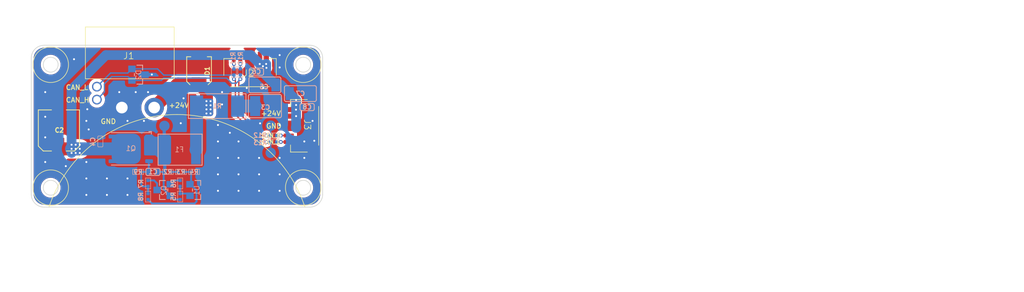
<source format=kicad_pcb>
(kicad_pcb (version 20240108) (generator "pcbnew") (generator_version "8.0")
  (layers (0 "F.Cu" signal) (31 "B.Cu" signal) (34 "B.Paste" user) (35 "F.Paste" user) (36 "B.SilkS" user "B.Silkscreen") (37 "F.SilkS" user "F.Silkscreen") (38 "B.Mask" user) (39 "F.Mask" user) (44 "Edge.Cuts" user))
  (net 0 "")
  (net 1 "24V_IN2")
  (net 2 "Net-(Q1-G)")
  (net 3 "GND")
  (net 4 "24V")
  (net 5 "Net-(C3-Pad1)")
  (net 6 "24V_IN1")
  (net 7 "/03 Power/CAN_H")
  (net 8 "/03 Power/CAN_L")
  (net 9 "Net-(J2-Pad5)")
  (net 10 "Net-(J2-Pad6)")
  (net 11 "Net-(J3-Pad5)")
  (net 12 "Net-(J3-Pad6)")
  (net 13 "Net-(Q2-B)")
  (net 14 "Net-(Q2-C)")
  (net 15 "Net-(R2-Pad1)")
  (net 16 "Net-(U1-Vref)")
  (net 17 "Net-(U1--)")
  (footprint "Diode:DO-214AA_SMB" (layer "F.Cu") (at 117.094 102.743 90)
    (property "Reference" "D1" (at -0.027 1.276 -90) (layer "F.SilkS") (effects (font (size 0.7 0.7))))
    (property "Value" "SMBJ24CA")
    (pad "1" smd rect (at 2.032 0 270) (size 2.032 2.286) (layers "F.Cu" "F.Paste" "F.Mask") (net 3 "GND"))
    (pad "2" smd rect (at -2.032 0 270) (size 2.032 2.286) (layers "F.Cu" "F.Paste" "F.Mask") (net 6 "24V_IN1"))
  )
  (footprint "Connector:XT30-2+2P-15.5x12.5x5.2mm" (layer "F.Cu") (at 107.6706 108.4326 180)
    (property "Reference" "J1" (at 1.4306 7.9926 0) (layer "F.SilkS") (effects (font (thickness 0.1))))
    (property "Value" "ST-XT30(2+2)PW-M")
    (pad "1" thru_hole circle (at -2.5 0 180) (size 3 3) (drill 1.8) (layers "*.Cu" "*.Mask") (net 6 "24V_IN1"))
    (pad "2" thru_hole circle (at 2.5 0 180) (size 3 3) (drill 1.8) (layers "*.Cu" "*.Mask") (net 3 "GND"))
    (pad "3" thru_hole circle (at 6.35 1.23 180) (size 1.5 1.5) (drill 1.1) (layers "*.Cu" "*.Mask") (net 7 "/03 Power/CAN_H"))
    (pad "4" thru_hole circle (at 6.35 3.23 180) (size 1.5 1.5) (drill 1.1) (layers "*.Cu" "*.Mask") (net 8 "/03 Power/CAN_L"))
  )
  (footprint "Capacitor:ELECTRO-SMD-C-6MM" (layer "F.Cu") (at 95.4532 111.9632 -90)
    (property "Reference" "C2" (at -0.033201 -0.066801 0) (layer "F.SilkS") (effects (font (size 0.7 0.7))))
    (property "Value" "47uF")
    (pad "1" smd rect (at 2.667 0 270) (size 3.048 1.651) (layers "F.Cu" "F.Paste" "F.Mask") (net 4 "24V"))
    (pad "2" smd rect (at -2.667 0 270) (size 3.048 1.651) (layers "F.Cu" "F.Paste" "F.Mask") (net 3 "GND"))
  )
  (footprint "Connector:SMD-SH1.0-6P-90D" (layer "F.Cu") (at 124.968 105.166 180)
    (property "Reference" "J2" (at 0.238 2.026 0) (layer "F.SilkS") (effects (font (thickness 0.1))))
    (property "Value" "SM06B-SRSS-TB(LF)(SN)")
    (pad "1" smd roundrect (at -2.5 4.575) (size 0.6 1.55) (layers "F.Cu" "F.Paste" "F.Mask") (roundrect_rratio 0.1) (net 4 "24V"))
    (pad "2" smd roundrect (at -1.5 4.575) (size 0.6 1.55) (layers "F.Cu" "F.Paste" "F.Mask") (roundrect_rratio 0.1) (net 4 "24V"))
    (pad "3" smd roundrect (at -0.5 4.575) (size 0.6 1.55) (layers "F.Cu" "F.Paste" "F.Mask") (roundrect_rratio 0.1) (net 3 "GND"))
    (pad "4" smd roundrect (at 0.5 4.575) (size 0.6 1.55) (layers "F.Cu" "F.Paste" "F.Mask") (roundrect_rratio 0.1) (net 3 "GND"))
    (pad "5" smd roundrect (at 1.5 4.575) (size 0.6 1.55) (layers "F.Cu" "F.Paste" "F.Mask") (roundrect_rratio 0.1) (net 9 "Net-(J2-Pad5)"))
    (pad "6" smd roundrect (at 2.5 4.575) (size 0.6 1.55) (layers "F.Cu" "F.Paste" "F.Mask") (roundrect_rratio 0.1) (net 10 "Net-(J2-Pad6)"))
    (pad "7" smd roundrect (at -3.8 0.7) (size 1.2 1.8) (layers "F.Cu" "F.Paste" "F.Mask") (roundrect_rratio 0.1) (net 3 "GND"))
    (pad "8" smd roundrect (at 3.8 0.7) (size 1.2 1.8) (layers "F.Cu" "F.Paste" "F.Mask") (roundrect_rratio 0.1) (net 3 "GND"))
  )
  (footprint "Connector:SMD-SH1.0-6P-90D" (layer "F.Cu") (at 135.519 111.252 -90)
    (property "Reference" "J3" (at -0.192 1.709 -90) (layer "F.SilkS") (effects (font (thickness 0.1))))
    (property "Value" "SM06B-SRSS-TB(LF)(SN)")
    (pad "1" smd roundrect (at -2.5 4.575 90) (size 0.6 1.55) (layers "F.Cu" "F.Paste" "F.Mask") (roundrect_rratio 0.1) (net 4 "24V"))
    (pad "2" smd roundrect (at -1.5 4.575 90) (size 0.6 1.55) (layers "F.Cu" "F.Paste" "F.Mask") (roundrect_rratio 0.1) (net 4 "24V"))
    (pad "3" smd roundrect (at -0.5 4.575 90) (size 0.6 1.55) (layers "F.Cu" "F.Paste" "F.Mask") (roundrect_rratio 0.1) (net 3 "GND"))
    (pad "4" smd roundrect (at 0.5 4.575 90) (size 0.6 1.55) (layers "F.Cu" "F.Paste" "F.Mask") (roundrect_rratio 0.1) (net 3 "GND"))
    (pad "5" smd roundrect (at 1.5 4.575 90) (size 0.6 1.55) (layers "F.Cu" "F.Paste" "F.Mask") (roundrect_rratio 0.1) (net 11 "Net-(J3-Pad5)"))
    (pad "6" smd roundrect (at 2.5 4.575 90) (size 0.6 1.55) (layers "F.Cu" "F.Paste" "F.Mask") (roundrect_rratio 0.1) (net 12 "Net-(J3-Pad6)"))
    (pad "7" smd roundrect (at -3.8 0.7 90) (size 1.2 1.8) (layers "F.Cu" "F.Paste" "F.Mask") (roundrect_rratio 0.1) (net 3 "GND"))
    (pad "8" smd roundrect (at 3.8 0.7 90) (size 1.2 1.8) (layers "F.Cu" "F.Paste" "F.Mask") (roundrect_rratio 0.1) (net 3 "GND"))
  )
  (footprint "Misc:TP-1.6MM-ROUND" (layer "B.Cu") (at 132.08 111.52 180)
    (property "Reference" "TP2" (hide yes))
    (property "Value" "Test Point")
    (pad "1" smd circle (at 0 0 180) (size 1.6 1.6) (layers "B.Cu" "B.Mask") (net 4 "24V"))
  )
  (footprint "Capacitor:C0603" (layer "B.Cu") (at 125.9586 102.8954 180)
    (property "Reference" "C6" (at 0 0 180) (layer "B.SilkS") (effects (font (size 0.7 0.7)) (justify mirror)))
    (property "Value" "100nF")
    (pad "1" smd roundrect (at -0.65 0 180) (size 0.7 0.9) (layers "B.Cu" "B.Paste" "B.Mask") (roundrect_rratio 0.11) (net 4 "24V"))
    (pad "2" smd roundrect (at 0.65 0 180) (size 0.7 0.9) (layers "B.Cu" "B.Paste" "B.Mask") (roundrect_rratio 0.11) (net 3 "GND"))
  )
  (footprint "Fuse:F2016" (layer "B.Cu") (at 114.173 114.935 180)
    (property "Reference" "F1" (at 0.913 -0.445 180) (layer "B.SilkS") (effects (font (size 0.79121 0.79121) (thickness 0.09779)) (justify right bottom mirror)))
    (property "Value" "2016L260/24MR")
    (pad "1" smd rect (at -2.45 0 90) (size 4.5 1.5) (layers "B.Cu" "B.Paste" "B.Mask") (net 6 "24V_IN1"))
    (pad "2" smd rect (at 2.45 0 90) (size 4.5 1.5) (layers "B.Cu" "B.Paste" "B.Mask") (net 1 "24V_IN2"))
  )
  (footprint "Diode:SOT-23" (layer "B.Cu") (at 107.7468 103.3526 180)
    (property "Reference" "D2" (at -0.463236 -0.857234 -90) (layer "B.SilkS") (effects (font (size 0.79121 0.79121) (thickness 0.09779)) (justify right bottom mirror)))
    (property "Value" "SM05-7")
    (pad "1" smd rect (at 1.016 -0.889 270) (size 1.016 1.143) (layers "B.Cu" "B.Paste" "B.Mask") (net 7 "/03 Power/CAN_H"))
    (pad "2" smd rect (at 1.016 0.889 90) (size 1.016 1.143) (layers "B.Cu" "B.Paste" "B.Mask") (net 8 "/03 Power/CAN_L"))
    (pad "3" smd rect (at -1.016 0 90) (size 1.016 1.143) (layers "B.Cu" "B.Paste" "B.Mask") (net 3 "GND"))
  )
  (footprint "Resistor:R2512" (layer "B.Cu") (at 119.888 108.204 180)
    (property "Reference" "R1" (at 0 0 180) (layer "B.SilkS") (effects (font (size 0.7 0.7)) (justify mirror)))
    (property "Value" "2R")
    (pad "1" smd rect (at -3.175 0 90) (size 3.302 2.032) (layers "B.Cu" "B.Paste" "B.Mask") (net 5 "Net-(C3-Pad1)"))
    (pad "2" smd rect (at 3.175 0 90) (size 3.302 2.032) (layers "B.Cu" "B.Paste" "B.Mask") (net 6 "24V_IN1"))
  )
  (footprint "Resistor:R0402" (layer "B.Cu") (at 114.3 118.364 180)
    (property "Reference" "R3" (at 0 0 180) (layer "B.SilkS") (effects (font (size 0.7 0.7)) (justify mirror)))
    (property "Value" "0R")
    (pad "1" smd roundrect (at -0.4625 0 180) (size 0.5 0.5) (layers "B.Cu" "B.Paste" "B.Mask") (roundrect_rratio 0.13) (net 16 "Net-(U1-Vref)"))
    (pad "2" smd roundrect (at 0.4625 0 180) (size 0.5 0.5) (layers "B.Cu" "B.Paste" "B.Mask") (roundrect_rratio 0.13) (net 15 "Net-(R2-Pad1)"))
  )
  (footprint "Capacitor:C0603" (layer "B.Cu") (at 109.982 118.364 180)
    (property "Reference" "C1" (at 0 0 180) (layer "B.SilkS") (effects (font (size 0.7 0.7)) (justify mirror)))
    (property "Value" "100nF")
    (pad "1" smd roundrect (at -0.65 0 180) (size 0.7 0.9) (layers "B.Cu" "B.Paste" "B.Mask") (roundrect_rratio 0.11) (net 1 "24V_IN2"))
    (pad "2" smd roundrect (at 0.65 0 180) (size 0.7 0.9) (layers "B.Cu" "B.Paste" "B.Mask") (roundrect_rratio 0.11) (net 2 "Net-(Q1-G)"))
  )
  (footprint "Capacitor:C1206" (layer "B.Cu") (at 127.254 104.9274 180)
    (property "Reference" "C5" (at 0.124 -0.2926 180) (layer "B.SilkS") (effects (font (size 0.7 0.7)) (justify mirror)))
    (property "Value" "10uF")
    (pad "1" smd rect (at -1.651 0 180) (size 1.27 2.032) (layers "B.Cu" "B.Paste" "B.Mask") (net 4 "24V"))
    (pad "2" smd rect (at 1.651 0 180) (size 1.27 2.032) (layers "B.Cu" "B.Paste" "B.Mask") (net 3 "GND"))
  )
  (footprint "Misc:TP-1.6MM-ROUND" (layer "B.Cu") (at 128.16 111.22 180)
    (property "Reference" "TP5" (hide yes))
    (property "Value" "Test Point")
    (pad "1" smd circle (at 0 0 180) (size 1.6 1.6) (layers "B.Cu" "B.Mask") (net 7 "/03 Power/CAN_H"))
  )
  (footprint "Resistor:R0402" (layer "B.Cu") (at 128.6256 112.7506)
    (property "Reference" "R12" (at -2.1056 -0.0306 0) (layer "B.SilkS") (effects (font (size 0.7 0.7)) (justify mirror)))
    (property "Value" "0R")
    (pad "1" smd roundrect (at -0.4625 0) (size 0.5 0.5) (layers "B.Cu" "B.Paste" "B.Mask") (roundrect_rratio 0.13) (net 7 "/03 Power/CAN_H"))
    (pad "2" smd roundrect (at 0.4625 0) (size 0.5 0.5) (layers "B.Cu" "B.Paste" "B.Mask") (roundrect_rratio 0.13) (net 11 "Net-(J3-Pad5)"))
  )
  (footprint "Resistor:R0402" (layer "B.Cu") (at 123.4694 102.9208 90)
    (property "Reference" "R10" (at 2.0908 0.0406 -90) (layer "B.SilkS") (effects (font (size 0.7 0.7)) (justify mirror)))
    (property "Value" "0R")
    (pad "1" smd roundrect (at -0.4625 0 90) (size 0.5 0.5) (layers "B.Cu" "B.Paste" "B.Mask") (roundrect_rratio 0.13) (net 7 "/03 Power/CAN_H"))
    (pad "2" smd roundrect (at 0.4625 0 90) (size 0.5 0.5) (layers "B.Cu" "B.Paste" "B.Mask") (roundrect_rratio 0.13) (net 9 "Net-(J2-Pad5)"))
  )
  (footprint "Resistor:R0402" (layer "B.Cu") (at 109.22 122.174 90)
    (property "Reference" "R8" (at -0.016 -1.12 -90) (layer "B.SilkS") (effects (font (size 0.7 0.7)) (justify mirror)))
    (property "Value" "1M")
    (pad "1" smd roundrect (at -0.4625 0 90) (size 0.5 0.5) (layers "B.Cu" "B.Paste" "B.Mask") (roundrect_rratio 0.13) (net 16 "Net-(U1-Vref)"))
    (pad "2" smd roundrect (at 0.4625 0 90) (size 0.5 0.5) (layers "B.Cu" "B.Paste" "B.Mask") (roundrect_rratio 0.13) (net 2 "Net-(Q1-G)"))
  )
  (footprint "Resistor:R0402" (layer "B.Cu") (at 116.332 118.364 180)
    (property "Reference" "R4" (at 0 0 180) (layer "B.SilkS") (effects (font (size 0.7 0.7)) (justify mirror)))
    (property "Value" "5.1K")
    (pad "1" smd roundrect (at -0.4625 0 180) (size 0.5 0.5) (layers "B.Cu" "B.Paste" "B.Mask") (roundrect_rratio 0.13) (net 3 "GND"))
    (pad "2" smd roundrect (at 0.4625 0 180) (size 0.5 0.5) (layers "B.Cu" "B.Paste" "B.Mask") (roundrect_rratio 0.13) (net 16 "Net-(U1-Vref)"))
  )
  (footprint "Resistor:R0402" (layer "B.Cu") (at 114.173 120.142 -90)
    (property "Reference" "R6" (at 0.008 1.013 90) (layer "B.SilkS") (effects (font (size 0.7 0.7)) (justify mirror)))
    (property "Value" "100K")
    (pad "1" smd roundrect (at -0.4625 0 270) (size 0.5 0.5) (layers "B.Cu" "B.Paste" "B.Mask") (roundrect_rratio 0.13) (net 13 "Net-(Q2-B)"))
    (pad "2" smd roundrect (at 0.4625 0 270) (size 0.5 0.5) (layers "B.Cu" "B.Paste" "B.Mask") (roundrect_rratio 0.13) (net 17 "Net-(U1--)"))
  )
  (footprint "Misc:TP-1.6MM-ROUND" (layer "B.Cu") (at 131.96 115.32 180)
    (property "Reference" "TP3" (hide yes))
    (property "Value" "Test Point")
    (pad "1" smd circle (at 0 0 180) (size 1.6 1.6) (layers "B.Cu" "B.Mask") (net 3 "GND"))
  )
  (footprint "Capacitor:C1206" (layer "B.Cu") (at 132.7404 106.2736)
    (property "Reference" "C7" (at 0 0 0) (layer "B.SilkS") (effects (font (size 0.7 0.7)) (justify mirror)))
    (property "Value" "10uF")
    (pad "1" smd rect (at -1.651 0) (size 1.27 2.032) (layers "B.Cu" "B.Paste" "B.Mask") (net 4 "24V"))
    (pad "2" smd rect (at 1.651 0) (size 1.27 2.032) (layers "B.Cu" "B.Paste" "B.Mask") (net 3 "GND"))
  )
  (footprint "Resistor:R0402" (layer "B.Cu") (at 107.696 118.364)
    (property "Reference" "R9" (at 0 0 0) (layer "B.SilkS") (effects (font (size 0.7 0.7)) (justify mirror)))
    (property "Value" "100K")
    (pad "1" smd roundrect (at -0.4625 0) (size 0.5 0.5) (layers "B.Cu" "B.Paste" "B.Mask") (roundrect_rratio 0.13) (net 3 "GND"))
    (pad "2" smd roundrect (at 0.4625 0) (size 0.5 0.5) (layers "B.Cu" "B.Paste" "B.Mask") (roundrect_rratio 0.13) (net 2 "Net-(Q1-G)"))
  )
  (footprint "Misc:TP-1.6MM-ROUND" (layer "B.Cu") (at 128.16 115.43 180)
    (property "Reference" "TP6" (hide yes))
    (property "Value" "Test Point")
    (pad "1" smd circle (at 0 0 180) (size 1.6 1.6) (layers "B.Cu" "B.Mask") (net 8 "/03 Power/CAN_L"))
  )
  (footprint "Capacitor:C1210" (layer "B.Cu") (at 127.25725 108.20075)
    (property "Reference" "C3" (at 0.10275 0.19925 0) (layer "B.SilkS") (effects (font (size 0.7 0.7)) (justify mirror)))
    (property "Value" "2.2uF")
    (pad "1" smd rect (at -1.5 0 270) (size 3.1 1.55) (layers "B.Cu" "B.Paste" "B.Mask") (net 5 "Net-(C3-Pad1)"))
    (pad "2" smd rect (at 1.5 0 270) (size 3.1 1.55) (layers "B.Cu" "B.Paste" "B.Mask") (net 3 "GND"))
  )
  (footprint "Resistor:R0402" (layer "B.Cu") (at 114.173 122.174 -90)
    (property "Reference" "R5" (at -0.024 1.033 90) (layer "B.SilkS") (effects (font (size 0.7 0.7)) (justify mirror)))
    (property "Value" "20K")
    (pad "1" smd roundrect (at -0.4625 0 270) (size 0.5 0.5) (layers "B.Cu" "B.Paste" "B.Mask") (roundrect_rratio 0.13) (net 17 "Net-(U1--)"))
    (pad "2" smd roundrect (at 0.4625 0 270) (size 0.5 0.5) (layers "B.Cu" "B.Paste" "B.Mask") (roundrect_rratio 0.13) (net 1 "24V_IN2"))
  )
  (footprint "Resistor:R0402" (layer "B.Cu") (at 122.4788 102.9462 90)
    (property "Reference" "R11" (at 2.0962 -0.1188 -90) (layer "B.SilkS") (effects (font (size 0.7 0.7)) (justify mirror)))
    (property "Value" "0R")
    (pad "1" smd roundrect (at -0.4625 0 90) (size 0.5 0.5) (layers "B.Cu" "B.Paste" "B.Mask") (roundrect_rratio 0.13) (net 8 "/03 Power/CAN_L"))
    (pad "2" smd roundrect (at 0.4625 0 90) (size 0.5 0.5) (layers "B.Cu" "B.Paste" "B.Mask") (roundrect_rratio 0.13) (net 10 "Net-(J2-Pad6)"))
  )
  (footprint "Misc:TP-1.6MM-ROUND" (layer "B.Cu") (at 111.75 111.26 180)
    (property "Reference" "TP1" (hide yes))
    (property "Value" "Test Point")
    (pad "1" smd circle (at 0 0 180) (size 1.6 1.6) (layers "B.Cu" "B.Mask") (net 1 "24V_IN2"))
  )
  (footprint "Ic:SOT-23" (layer "B.Cu") (at 116.713 121.158 90)
    (property "Reference" "U1" (at 0.785549 0.497201 90) (layer "B.SilkS") (effects (font (size 0.79121 0.79121) (thickness 0.09779)) (justify left bottom mirror)))
    (property "Value" "ATL431AIDBZR")
    (pad "1" smd rect (at -0.889 -1.016 270) (size 1.016 1.143) (layers "B.Cu" "B.Paste" "B.Mask") (net 17 "Net-(U1--)"))
    (pad "2" smd rect (at 0.889 -1.016 90) (size 1.016 1.143) (layers "B.Cu" "B.Paste" "B.Mask") (net 16 "Net-(U1-Vref)"))
    (pad "3" smd rect (at 0 1.016 90) (size 1.016 1.143) (layers "B.Cu" "B.Paste" "B.Mask") (net 3 "GND"))
  )
  (footprint "Transistor:SOT-23" (layer "B.Cu") (at 111.633 121.158)
    (property "Reference" "Q2" (at 0.495875 0.940673 90) (layer "B.SilkS") (effects (font (size 0.79121 0.79121) (thickness 0.09779)) (justify right bottom mirror)))
    (property "Value" "MMBT3906LT3G")
    (pad "1" smd rect (at 1.016 -0.889 90) (size 1.016 1.143) (layers "B.Cu" "B.Paste" "B.Mask") (net 13 "Net-(Q2-B)"))
    (pad "2" smd rect (at 1.016 0.889 270) (size 1.016 1.143) (layers "B.Cu" "B.Paste" "B.Mask") (net 1 "24V_IN2"))
    (pad "3" smd rect (at -1.016 0 270) (size 1.016 1.143) (layers "B.Cu" "B.Paste" "B.Mask") (net 14 "Net-(Q2-C)"))
  )
  (footprint "Resistor:R0402" (layer "B.Cu") (at 112.268 118.364 180)
    (property "Reference" "R2" (at 0 0 180) (layer "B.SilkS") (effects (font (size 0.7 0.7)) (justify mirror)))
    (property "Value" "47K")
    (pad "1" smd roundrect (at -0.4625 0 180) (size 0.5 0.5) (layers "B.Cu" "B.Paste" "B.Mask") (roundrect_rratio 0.13) (net 15 "Net-(R2-Pad1)"))
    (pad "2" smd roundrect (at 0.4625 0 180) (size 0.5 0.5) (layers "B.Cu" "B.Paste" "B.Mask") (roundrect_rratio 0.13) (net 1 "24V_IN2"))
  )
  (footprint "Resistor:R0402" (layer "B.Cu") (at 109.22 120.142 -90)
    (property "Reference" "R7" (at 0.048 1.09 90) (layer "B.SilkS") (effects (font (size 0.7 0.7)) (justify mirror)))
    (property "Value" "1K")
    (pad "1" smd roundrect (at -0.4625 0 270) (size 0.5 0.5) (layers "B.Cu" "B.Paste" "B.Mask") (roundrect_rratio 0.13) (net 14 "Net-(Q2-C)"))
    (pad "2" smd roundrect (at 0.4625 0 270) (size 0.5 0.5) (layers "B.Cu" "B.Paste" "B.Mask") (roundrect_rratio 0.13) (net 2 "Net-(Q1-G)"))
  )
  (footprint "Capacitor:C0603" (layer "B.Cu") (at 133.7818 108.3564)
    (property "Reference" "C8" (at 0 0 0) (layer "B.SilkS") (effects (font (size 0.7 0.7)) (justify mirror)))
    (property "Value" "100nF")
    (pad "1" smd roundrect (at -0.65 0) (size 0.7 0.9) (layers "B.Cu" "B.Paste" "B.Mask") (roundrect_rratio 0.11) (net 4 "24V"))
    (pad "2" smd roundrect (at 0.65 0) (size 0.7 0.9) (layers "B.Cu" "B.Paste" "B.Mask") (roundrect_rratio 0.11) (net 3 "GND"))
  )
  (footprint "Capacitor:C0402" (layer "B.Cu") (at 101.854 113.665 90)
    (property "Reference" "C4" (at -0.035 -1.164 -90) (layer "B.SilkS") (effects (font (size 0.7 0.7)) (justify mirror)))
    (property "Value" "100pF")
    (pad "1" smd roundrect (at -0.4625 0 90) (size 0.5 0.5) (layers "B.Cu" "B.Paste" "B.Mask") (roundrect_rratio 0.13) (net 4 "24V"))
    (pad "2" smd roundrect (at 0.4625 0 90) (size 0.5 0.5) (layers "B.Cu" "B.Paste" "B.Mask") (roundrect_rratio 0.13) (net 3 "GND"))
  )
  (footprint "Mosfet:PG-TDSON-8-1.27-6X5X1MM" (layer "B.Cu") (at 106.553 114.808 -90)
    (property "Reference" "Q1" (at 0.388628 -0.865412 180) (layer "B.SilkS") (effects (font (size 0.78232 0.78232) (thickness 0.10668)) (justify left bottom mirror)))
    (property "Value" "CJAC70P06")
    (pad "1" smd roundrect (at -1.905 -2.825 180) (size 1.2 0.6) (layers "B.Cu" "B.Paste" "B.Mask") (net 1 "24V_IN2"))
    (pad "2" smd roundrect (at -0.635 -2.825 180) (size 1.2 0.6) (layers "B.Cu" "B.Paste" "B.Mask") (net 1 "24V_IN2"))
    (pad "3" smd roundrect (at 0.635 -2.825 180) (size 1.2 0.6) (layers "B.Cu" "B.Paste" "B.Mask") (net 1 "24V_IN2"))
    (pad "4" smd roundrect (at 1.905 -2.825 180) (size 1.2 0.6) (layers "B.Cu" "B.Paste" "B.Mask") (net 2 "Net-(Q1-G)"))
    (pad "5" smd roundrect (at 1.905 2.825 180) (size 1.2 0.6) (layers "B.Cu" "B.Paste" "B.Mask") (net 4 "24V"))
    (pad "6" smd roundrect (at 0.635 2.825 180) (size 1.2 0.6) (layers "B.Cu" "B.Paste" "B.Mask") (net 4 "24V"))
    (pad "7" smd roundrect (at -0.635 2.825 180) (size 1.2 0.6) (layers "B.Cu" "B.Paste" "B.Mask") (net 4 "24V"))
    (pad "8" smd roundrect (at -1.905 2.825 180) (size 1.2 0.6) (layers "B.Cu" "B.Paste" "B.Mask") (net 4 "24V"))
    (pad "9" smd roundrect (at 0 0.7) (size 4.5 4.7) (layers "B.Cu" "B.Paste" "B.Mask") (net 4 "24V"))
  )
  (footprint "Resistor:R0402" (layer "B.Cu") (at 128.6203 113.7412)
    (property "Reference" "R13" (at -2.0703 0.1188 0) (layer "B.SilkS") (effects (font (size 0.7 0.7)) (justify mirror)))
    (property "Value" "0R")
    (pad "1" smd roundrect (at -0.4625 0) (size 0.5 0.5) (layers "B.Cu" "B.Paste" "B.Mask") (roundrect_rratio 0.13) (net 8 "/03 Power/CAN_L"))
    (pad "2" smd roundrect (at 0.4625 0) (size 0.5 0.5) (layers "B.Cu" "B.Paste" "B.Mask") (roundrect_rratio 0.13) (net 12 "Net-(J3-Pad6)"))
  )
  (gr_circle (center 133.186 120.807918) (end 135.936 120.807918) (stroke (width 0.1)) (fill none) (layer "F.SilkS"))
  (gr_circle (center 133.186 101.807918) (end 135.936 101.807918) (stroke (width 0.1)) (fill none) (layer "F.SilkS"))
  (gr_circle (center 94.186 101.807918) (end 96.936 101.807918) (stroke (width 0.1)) (fill none) (layer "F.SilkS"))
  (gr_arc (start 93.927711 123.807918) (mid 113.686 109.507917) (end 133.444289 123.807918) (stroke (width 0.1)) (layer "F.SilkS"))
  (gr_circle (center 94.186 120.807918) (end 96.936 120.807918) (stroke (width 0.1)) (fill none) (layer "F.SilkS"))
  (gr_circle (center 133.186 101.807918) (end 134.336 101.807918) (stroke (width 0.1)) (fill none) (layer "Edge.Cuts"))
  (gr_line (start 93.194277 98.807918) (end 113.386 98.807918) (stroke (width 0.1)) (layer "Edge.Cuts"))
  (gr_line (start 134.186 123.807918) (end 133.444289 123.807918) (stroke (width 0.1)) (layer "Edge.Cuts"))
  (gr_line (start 136.186 100.807918) (end 136.186 121.807932) (stroke (width 0.1)) (layer "Edge.Cuts"))
  (gr_arc (start 134.186031 98.807918) (mid 135.600214 99.39371) (end 136.186 100.807918) (stroke (width 0.1)) (layer "Edge.Cuts"))
  (gr_arc (start 91.186 100.807932) (mid 91.774714 99.390784) (end 93.194277 98.807918) (stroke (width 0.1)) (layer "Edge.Cuts"))
  (gr_circle (center 133.186 120.807918) (end 134.336 120.807918) (stroke (width 0.1)) (fill none) (layer "Edge.Cuts"))
  (gr_line (start 113.386 98.807918) (end 134.186031 98.807918) (stroke (width 0.1)) (layer "Edge.Cuts"))
  (gr_line (start 133.444289 123.807918) (end 93.92771 123.807918) (stroke (width 0.1)) (layer "Edge.Cuts"))
  (gr_line (start 93.927711 123.807918) (end 93.186131 123.807918) (stroke (width 0.1)) (layer "Edge.Cuts"))
  (gr_line (start 91.186 121.793) (end 91.186 100.807932) (stroke (width 0.1)) (layer "Edge.Cuts"))
  (gr_circle (center 94.186 101.807918) (end 95.336 101.807918) (stroke (width 0.1)) (fill none) (layer "Edge.Cuts"))
  (gr_arc (start 136.186 121.807932) (mid 135.600212 123.222135) (end 134.186 123.807918) (stroke (width 0.1)) (layer "Edge.Cuts"))
  (gr_circle (center 94.186 120.807918) (end 95.336 120.807918) (stroke (width 0.1)) (fill none) (layer "Edge.Cuts"))
  (gr_arc (start 93.186131 123.807918) (mid 91.766587 123.216859) (end 91.186 121.793) (stroke (width 0.1)) (layer "Edge.Cuts"))
  (gr_text "CAN_L" (at 126.7 114.08 0) (layer "F.SilkS") (effects (font (size 0.635 0.635) (thickness 0.127) (bold yes)) (justify left bottom)))
  (gr_text "GND" (at 127.4 111.73 0) (layer "F.SilkS") (effects (font (size 0.762 0.762) (thickness 0.127) (bold yes)) (justify left bottom)))
  (gr_text "+24V" (at 126.58 109.79 0) (layer "F.SilkS") (effects (font (size 0.762 0.762) (thickness 0.127) (bold yes)) (justify left bottom)))
  (gr_text "GND" (at 101.84 111.02 0) (layer "F.SilkS") (effects (font (size 0.762 0.762) (thickness 0.127) (bold yes)) (justify left bottom)))
  (gr_text "CAN_H" (at 126.69 113.12 0) (layer "F.SilkS") (effects (font (size 0.635 0.635) (thickness 0.127)) (justify left bottom)))
  (gr_text "CAN_L" (at 96.46 105.77 0) (layer "F.SilkS") (effects (font (size 0.762 0.762) (thickness 0.127) (bold yes)) (justify left bottom)))
  (gr_text "+24V" (at 112.37 108.54 0) (layer "F.SilkS") (effects (font (size 0.762 0.762) (thickness 0.127) (bold yes)) (justify left bottom)))
  (gr_text "CAN_H" (at 96.46 107.71 0) (layer "F.SilkS") (effects (font (size 0.762 0.762) (thickness 0.127)) (justify left bottom)))
  (segment (start 111.633 118.5365) (end 111.8055 118.364) (width 0.3) (layer "B.Cu") (net 1))
  (segment (start 111.8055 115.0175) (end 111.723 114.935) (width 0.5) (layer "B.Cu") (net 1))
  (segment (start 114.173 122.6365) (end 113.2385 122.6365) (width 0.3) (layer "B.Cu") (net 1))
  (segment (start 111.633 121.031) (end 111.633 118.5365) (width 0.3) (layer "B.Cu") (net 1))
  (segment (start 111.723 114.935) (end 111.723 111.373) (width 0.5) (layer "B.Cu") (net 1))
  (segment (start 112.649 122.047) (end 111.633 121.031) (width 0.3) (layer "B.Cu") (net 1))
  (segment (start 111.8055 118.364) (end 111.8055 115.0175) (width 0.5) (layer "B.Cu") (net 1))
  (segment (start 113.2385 122.6365) (end 112.649 122.047) (width 0.3) (layer "B.Cu") (net 1))
  (segment (start 111.723 111.373) (end 111.61 111.26) (width 0.5) (layer "B.Cu") (net 1))
  (segment (start 111.8055 118.364) (end 110.632 118.364) (width 0.3) (layer "B.Cu") (net 1))
  (segment (start 109.22 120.6045) (end 108.4125 120.6045) (width 0.3) (layer "B.Cu") (net 2))
  (segment (start 109.332 116.759) (end 109.378 116.713) (width 0.3) (layer "B.Cu") (net 2))
  (segment (start 108.1585 120.3505) (end 108.1585 118.364) (width 0.3) (layer "B.Cu") (net 2))
  (segment (start 109.332 118.364) (end 109.332 116.759) (width 0.3) (layer "B.Cu") (net 2))
  (segment (start 109.22 120.6045) (end 109.22 121.7115) (width 0.3) (layer "B.Cu") (net 2))
  (segment (start 108.1585 118.364) (end 109.332 118.364) (width 0.3) (layer "B.Cu") (net 2))
  (segment (start 108.4125 120.6045) (end 108.1585 120.3505) (width 0.3) (layer "B.Cu") (net 2))
  (via (at 107.315 106.045) (size 0.6) (drill 0.3) (layers "F.Cu" "B.Cu") (net 3))
  (via (at 99.84 108.69) (size 0.6) (drill 0.3) (layers "F.Cu" "B.Cu") (net 3))
  (via (at 102.87 121.92) (size 0.6) (drill 0.3) (layers "F.Cu" "B.Cu") (net 3))
  (via (at 109.22 106.045) (size 0.6) (drill 0.3) (layers "F.Cu" "B.Cu") (net 3))
  (via (at 126.365 118.745) (size 0.6) (drill 0.3) (layers "F.Cu" "B.Cu") (net 3))
  (via (at 100.05 111.81) (size 0.6) (drill 0.3) (layers "F.Cu" "B.Cu") (net 3))
  (via (at 123.19 121.285) (size 0.6) (drill 0.3) (layers "F.Cu" "B.Cu") (net 3))
  (via (at 93.345 109.855) (size 0.6) (drill 0.3) (layers "F.Cu" "B.Cu") (net 3))
  (via (at 120.65 107.95) (size 0.6) (drill 0.3) (layers "F.Cu" "B.Cu") (net 3))
  (via (at 109.8042 103.3272) (size 0.6) (drill 0.3) (layers "F.Cu" "B.Cu") (net 3))
  (via (at 120.65 106.045) (size 0.6) (drill 0.3) (layers "F.Cu" "B.Cu") (net 3))
  (via (at 124.46 105.41) (size 0.6) (drill 0.3) (layers "F.Cu" "B.Cu") (net 3))
  (via (at 123.19 116.205) (size 0.6) (drill 0.3) (layers "F.Cu" "B.Cu") (net 3))
  (via (at 104.775 106.045) (size 0.6) (drill 0.3) (layers "F.Cu" "B.Cu") (net 3))
  (via (at 102.87 119.38) (size 0.6) (drill 0.3) (layers "F.Cu" "B.Cu") (net 3))
  (via (at 106.045 119.38) (size 0.6) (drill 0.3) (layers "F.Cu" "B.Cu") (net 3))
  (via (at 129.54 116.205) (size 0.6) (drill 0.3) (layers "F.Cu" "B.Cu") (net 3))
  (via (at 108.585 110.49) (size 0.6) (drill 0.3) (layers "F.Cu" "B.Cu") (net 3))
  (via (at 126.52 110.87) (size 0.6) (drill 0.3) (layers "F.Cu" "B.Cu") (net 3))
  (via (at 120.015 118.745) (size 0.6) (drill 0.3) (layers "F.Cu" "B.Cu") (net 3))
  (via (at 126.365 121.285) (size 0.6) (drill 0.3) (layers "F.Cu" "B.Cu") (net 3))
  (via (at 99.695 110.49) (size 0.6) (drill 0.3) (layers "F.Cu" "B.Cu") (net 3))
  (via (at 126.365 116.205) (size 0.6) (drill 0.3) (layers "F.Cu" "B.Cu") (net 3))
  (via (at 99.695 116.84) (size 0.6) (drill 0.3) (layers "F.Cu" "B.Cu") (net 3))
  (via (at 129.54 118.745) (size 0.6) (drill 0.3) (layers "F.Cu" "B.Cu") (net 3))
  (via (at 133.35 113.665) (size 0.6) (drill 0.3) (layers "F.Cu" "B.Cu") (net 3))
  (via (at 123.19 118.745) (size 0.6) (drill 0.3) (layers "F.Cu" "B.Cu") (net 3))
  (via (at 120.015 111.125) (size 0.6) (drill 0.3) (layers "F.Cu" "B.Cu") (net 3))
  (via (at 114.27 110.85) (size 0.6) (drill 0.3) (layers "F.Cu" "B.Cu") (net 3))
  (via (at 106.045 121.92) (size 0.6) (drill 0.3) (layers "F.Cu" "B.Cu") (net 3))
  (via (at 129.54 102.235) (size 0.6) (drill 0.3) (layers "F.Cu" "B.Cu") (net 3))
  (via (at 120.015 113.665) (size 0.6) (drill 0.3) (layers "F.Cu" "B.Cu") (net 3))
  (via (at 114.7 107) (size 0.6) (drill 0.3) (layers "F.Cu" "B.Cu") (net 3))
  (via (at 123.19 113.665) (size 0.6) (drill 0.3) (layers "F.Cu" "B.Cu") (net 3))
  (via (at 106.045 110.49) (size 0.6) (drill 0.3) (layers "F.Cu" "B.Cu") (net 3))
  (via (at 120.015 116.205) (size 0.6) (drill 0.3) (layers "F.Cu" "B.Cu") (net 3))
  (via (at 129.54 111.125) (size 0.6) (drill 0.3) (layers "F.Cu" "B.Cu") (net 3))
  (via (at 99.695 121.92) (size 0.6) (drill 0.3) (layers "F.Cu" "B.Cu") (net 3))
  (via (at 93.345 116.84) (size 0.6) (drill 0.3) (layers "F.Cu" "B.Cu") (net 3))
  (via (at 120.015 121.285) (size 0.6) (drill 0.3) (layers "F.Cu" "B.Cu") (net 3))
  (via (at 93.345 106.045) (size 0.6) (drill 0.3) (layers "F.Cu" "B.Cu") (net 3))
  (via (at 97.79 100.965) (size 0.6) (drill 0.3) (layers "F.Cu" "B.Cu") (net 3))
  (via (at 99.695 119.38) (size 0.6) (drill 0.3) (layers "F.Cu" "B.Cu") (net 3))
  (via (at 134.62 110.49) (size 0.6) (drill 0.3) (layers "F.Cu" "B.Cu") (net 3))
  (via (at 133.35 116.205) (size 0.6) (drill 0.3) (layers "F.Cu" "B.Cu") (net 3))
  (via (at 134.89 113.56) (size 0.6) (drill 0.3) (layers "F.Cu" "B.Cu") (net 3))
  (via (at 129.54 100.33) (size 0.6) (drill 0.3) (layers "F.Cu" "B.Cu") (net 3))
  (via (at 129.54 121.285) (size 0.6) (drill 0.3) (layers "F.Cu" "B.Cu") (net 3))
  (via (at 93.345 113.03) (size 0.6) (drill 0.3) (layers "F.Cu" "B.Cu") (net 3))
  (via (at 96.52 117.475) (size 0.6) (drill 0.3) (layers "F.Cu" "B.Cu") (net 3))
  (via (at 127 105.41) (size 0.6) (drill 0.3) (layers "F.Cu" "B.Cu") (net 3))
  (via (at 121.85 112.33) (size 0.6) (drill 0.3) (layers "F.Cu" "B.Cu") (net 3))
  (segment (start 132.0654 108.752) (end 130.944 108.752) (width 0.8) (layer "F.Cu") (net 4))
  (segment (start 126.468 101.7002) (end 126.4666 101.7016) (width 0.8) (layer "F.Cu") (net 4))
  (segment (start 127.468 100.591) (end 127.468 102.268) (width 0.8) (layer "F.Cu") (net 4))
  (segment (start 126.815 102.05) (end 126.4666 101.7016) (width 0.8) (layer "F.Cu") (net 4))
  (segment (start 132.08 108.037397) (end 132.08 107.2642) (width 0.8) (layer "F.Cu") (net 4))
  (segment (start 127.4572 101.7016) (end 126.4666 101.7016) (width 0.8) (layer "F.Cu") (net 4))
  (segment (start 126.96 102.05) (end 126.815 102.05) (width 0.8) (layer "F.Cu") (net 4))
  (segment (start 126.468 100.591) (end 126.468 101.7002) (width 0.8) (layer "F.Cu") (net 4))
  (segment (start 127.468 102.268) (end 127.5 102.3) (width 0.8) (layer "F.Cu") (net 4))
  (segment (start 95.4532 114.6302) (end 95.631 114.808) (width 2) (layer "F.Cu") (net 4))
  (segment (start 127.4572 101.7016) (end 127.3084 101.7016) (width 0.8) (layer "F.Cu") (net 4))
  (segment (start 127.5 102.3) (end 127.21 102.3) (width 0.8) (layer "F.Cu") (net 4))
  (segment (start 132.08 108.7666) (end 132.0654 108.752) (width 0.8) (layer "F.Cu") (net 4))
  (segment (start 127.21 102.3) (end 126.96 102.05) (width 0.8) (layer "F.Cu") (net 4))
  (segment (start 127.468 100.591) (end 127.468 101.6908) (width 0.8) (layer "F.Cu") (net 4))
  (segment (start 130.944 109.752) (end 132.0786 109.752) (width 0.8) (layer "F.Cu") (net 4))
  (segment (start 127.468 101.6908) (end 127.4572 101.7016) (width 0.8) (layer "F.Cu") (net 4))
  (segment (start 127.3084 101.7016) (end 126.96 102.05) (width 0.8) (layer "F.Cu") (net 4))
  (segment (start 132.08 109.7534) (end 132.08 108.7666) (width 0.8) (layer "F.Cu") (net 4))
  (segment (start 132.0786 109.752) (end 132.08 109.7534) (width 0.8) (layer "F.Cu") (net 4))
  (segment (start 95.631 114.808) (end 98.679 114.808) (width 2) (layer "F.Cu") (net 4))
  (segment (start 132.08 108.7374) (end 132.08 108.037397) (width 0.8) (layer "F.Cu") (net 4))
  (via (at 98.044 114.808) (size 0.6) (drill 0.3) (layers "F.Cu" "B.Cu") (net 4))
  (via (at 98.679 114.173) (size 0.6) (drill 0.3) (layers "F.Cu" "B.Cu") (net 4))
  (via (at 98.679 114.808) (size 0.6) (drill 0.3) (layers "F.Cu" "B.Cu") (net 4))
  (via (at 97.409 114.173) (size 0.6) (drill 0.3) (layers "F.Cu" "B.Cu") (net 4))
  (via (at 132.0654 108.752) (size 0.6) (drill 0.3) (layers "F.Cu" "B.Cu") (net 4))
  (via (at 126.96 102.05) (size 0.6) (drill 0.3) (layers "F.Cu" "B.Cu") (net 4))
  (via (at 98.679 115.443) (size 0.6) (drill 0.3) (layers "F.Cu" "B.Cu") (net 4))
  (via (at 126.4666 101.7016) (size 0.6) (drill 0.3) (layers "F.Cu" "B.Cu") (net 4))
  (via (at 98.044 114.173) (size 0.6) (drill 0.3) (layers "F.Cu" "B.Cu") (net 4))
  (via (at 132.08 107.2642) (size 0.6) (drill 0.3) (layers "F.Cu" "B.Cu") (net 4))
  (via (at 132.08 109.7534) (size 0.6) (drill 0.3) (layers "F.Cu" "B.Cu") (net 4))
  (via (at 97.409 115.443) (size 0.6) (drill 0.3) (layers "F.Cu" "B.Cu") (net 4))
  (via (at 127.5 102.3) (size 0.6) (drill 0.3) (layers "F.Cu" "B.Cu") (net 4))
  (via (at 127.4572 101.7016) (size 0.6) (drill 0.3) (layers "F.Cu" "B.Cu") (net 4))
  (via (at 97.409 114.808) (size 0.6) (drill 0.3) (layers "F.Cu" "B.Cu") (net 4))
  (via (at 98.044 115.443) (size 0.6) (drill 0.3) (layers "F.Cu" "B.Cu") (net 4))
  (via (at 132.08 108.037397) (size 0.6) (drill 0.3) (layers "F.Cu" "B.Cu") (net 4))
  (segment (start 126.6086 102.8954) (end 126.873 102.8954) (width 1.5) (layer "B.Cu") (net 4))
  (segment (start 129.7432 104.9274) (end 131.0894 106.2736) (width 1.5) (layer "B.Cu") (net 4))
  (segment (start 97.409 105.6386) (end 97.409 115.443) (width 1.5) (layer "B.Cu") (net 4))
  (segment (start 105.853 114.808) (end 97.409 114.808) (width 2) (layer "B.Cu") (net 4))
  (segment (start 126.6086 102.8954) (end 126.6086 102.5502) (width 1.5) (layer "B.Cu") (net 4))
  (segment (start 127.4572 101.7016) (end 127.4572 103.4796) (width 1.5) (layer "B.Cu") (net 4))
  (segment (start 132.08 108.2802) (end 132.08 109.7534) (width 1.5) (layer "B.Cu") (net 4))
  (segment (start 132.08 107.2642) (end 132.08 108.2802) (width 1.5) (layer "B.Cu") (net 4))
  (segment (start 126.873 102.8954) (end 128.905 104.9274) (width 1.5) (layer "B.Cu") (net 4))
  (segment (start 126.6086 102.5502) (end 127.4572 101.7016) (width 1.5) (layer "B.Cu") (net 4))
  (segment (start 102.7176 100.33) (end 125.095 100.33) (width 1.5) (layer "B.Cu") (net 4))
  (segment (start 97.409 105.6386) (end 102.7176 100.33) (width 1.5) (layer "B.Cu") (net 4))
  (segment (start 133.1318 108.3564) (end 132.1562 108.3564) (width 0.8) (layer "B.Cu") (net 4))
  (segment (start 125.095 100.33) (end 126.4666 101.7016) (width 1.5) (layer "B.Cu") (net 4))
  (segment (start 127.4572 103.4796) (end 128.905 104.9274) (width 1.5) (layer "B.Cu") (net 4))
  (segment (start 132.1562 108.3564) (end 132.08 108.2802) (width 0.8) (layer "B.Cu") (net 4))
  (segment (start 128.905 104.9274) (end 129.7432 104.9274) (width 1.5) (layer "B.Cu") (net 4))
  (segment (start 131.0894 106.2736) (end 132.08 107.2642) (width 1.5) (layer "B.Cu") (net 4))
  (segment (start 132.08 109.7534) (end 132.08 111.52) (width 1.5) (layer "B.Cu") (net 4))
  (segment (start 123.063 108.204) (end 125.754 108.204) (width 2) (layer "B.Cu") (net 5))
  (segment (start 125.754 108.204) (end 125.75725 108.20075) (width 2) (layer "B.Cu") (net 5))
  (segment (start 110.1706 108.4326) (end 113.8282 104.775) (width 2) (layer "F.Cu") (net 6))
  (segment (start 118.872 109.347) (end 118.237 109.347) (width 0.8) (layer "F.Cu") (net 6))
  (segment (start 118.237 105.918) (end 118.237 108.712) (width 2) (layer "F.Cu") (net 6))
  (segment (start 113.8282 104.775) (end 117.094 104.775) (width 2) (layer "F.Cu") (net 6))
  (segment (start 118.872 109.347) (end 118.872 108.712) (width 0.8) (layer "F.Cu") (net 6))
  (segment (start 117.094 104.775) (end 118.237 105.918) (width 2) (layer "F.Cu") (net 6))
  (via (at 118.872 109.347) (size 0.6) (drill 0.3) (layers "F.Cu" "B.Cu") (net 6))
  (via (at 118.237 108.077) (size 0.6) (drill 0.3) (layers "F.Cu" "B.Cu") (net 6))
  (via (at 118.237 109.347) (size 0.6) (drill 0.3) (layers "F.Cu" "B.Cu") (net 6))
  (via (at 118.237 107.442) (size 0.6) (drill 0.3) (layers "F.Cu" "B.Cu") (net 6))
  (via (at 118.237 108.712) (size 0.6) (drill 0.3) (layers "F.Cu" "B.Cu") (net 6))
  (via (at 118.872 108.712) (size 0.6) (drill 0.3) (layers "F.Cu" "B.Cu") (net 6))
  (via (at 118.872 107.442) (size 0.6) (drill 0.3) (layers "F.Cu" "B.Cu") (net 6))
  (via (at 118.872 108.077) (size 0.6) (drill 0.3) (layers "F.Cu" "B.Cu") (net 6))
  (segment (start 118.872 107.442) (end 117.475 107.442) (width 0.8) (layer "B.Cu") (net 6))
  (segment (start 118.872 108.712) (end 117.221 108.712) (width 0.8) (layer "B.Cu") (net 6))
  (segment (start 116.84 108.077) (end 116.713 108.204) (width 0.8) (layer "B.Cu") (net 6))
  (segment (start 118.872 108.331) (end 118.872 107.442) (width 0.8) (layer "B.Cu") (net 6))
  (segment (start 118.872 108.077) (end 116.84 108.077) (width 0.8) (layer "B.Cu") (net 6))
  (segment (start 118.237 108.077) (end 118.237 107.442) (width 0.8) (layer "B.Cu") (net 6))
  (segment (start 116.713 108.204) (end 116.713 114.845) (width 2) (layer "B.Cu") (net 6))
  (segment (start 118.872 109.347) (end 118.618 109.347) (width 0.8) (layer "B.Cu") (net 6))
  (segment (start 118.872 108.331) (end 116.84 108.331) (width 0.8) (layer "B.Cu") (net 6))
  (segment (start 118.618 109.347) (end 118.237 109.347) (width 0.8) (layer "B.Cu") (net 6))
  (segment (start 116.713 114.845) (end 116.623 114.935) (width 2) (layer "B.Cu") (net 6))
  (segment (start 118.618 109.347) (end 117.856 109.347) (width 0.8) (layer "B.Cu") (net 6))
  (segment (start 116.84 108.331) (end 116.713 108.204) (width 0.8) (layer "B.Cu") (net 6))
  (segment (start 117.856 109.347) (end 116.713 108.204) (width 0.8) (layer "B.Cu") (net 6))
  (segment (start 118.872 109.347) (end 118.872 108.331) (width 0.8) (layer "B.Cu") (net 6))
  (segment (start 117.221 108.712) (end 116.713 108.204) (width 0.8) (layer "B.Cu") (net 6))
  (segment (start 118.237 107.442) (end 118.237 109.347) (width 0.8) (layer "B.Cu") (net 6))
  (segment (start 117.475 107.442) (end 116.713 108.204) (width 0.8) (layer "B.Cu") (net 6))
  (segment (start 123.2408 104.267) (end 123.4694 104.0384) (width 0.2) (layer "F.Cu") (net 7))
  (segment (start 127.508 112.7506) (end 126.7206 112.7506) (width 0.2) (layer "F.Cu") (net 7))
  (segment (start 123.2408 109.2708) (end 123.2408 104.267) (width 0.2) (layer "F.Cu") (net 7))
  (segment (start 126.7206 112.7506) (end 123.2408 109.2708) (width 0.2) (layer "F.Cu") (net 7))
  (via (at 123.4694 104.0384) (size 0.6) (drill 0.3) (layers "F.Cu" "B.Cu") (net 7))
  (via (at 127.508 112.7506) (size 0.6) (drill 0.3) (layers "F.Cu" "B.Cu") (net 7))
  (segment (start 127.508 112.7506) (end 128.1631 112.7506) (width 0.2) (layer "B.Cu") (net 7))
  (segment (start 106.7308 104.2416) (end 111.2774 104.2416) (width 0.2) (layer "B.Cu") (net 7))
  (segment (start 106.7308 104.2416) (end 106.1466 103.6574) (width 0.2) (layer "B.Cu") (net 7))
  (segment (start 123.4694 103.3833) (end 123.4694 104.0384) (width 0.2) (layer "B.Cu") (net 7))
  (segment (start 102.4836 104.7804) (end 102.4836 106.0396) (width 0.2) (layer "B.Cu") (net 7))
  (segment (start 122.8344 104.6734) (end 123.4694 104.0384) (width 0.2) (layer "B.Cu") (net 7))
  (segment (start 121.3612 103.886) (end 122.1486 104.6734) (width 0.2) (layer "B.Cu") (net 7))
  (segment (start 111.633 103.886) (end 121.3612 103.886) (width 0.2) (layer "B.Cu") (net 7))
  (segment (start 102.4836 106.0396) (end 101.3206 107.2026) (width 0.2) (layer "B.Cu") (net 7))
  (segment (start 103.6066 103.6574) (end 102.4836 104.7804) (width 0.2) (layer "B.Cu") (net 7))
  (segment (start 111.2774 104.2416) (end 111.633 103.886) (width 0.2) (layer "B.Cu") (net 7))
  (segment (start 106.1466 103.6574) (end 103.6066 103.6574) (width 0.2) (layer "B.Cu") (net 7))
  (segment (start 122.1486 104.6734) (end 122.8344 104.6734) (width 0.2) (layer "B.Cu") (net 7))
  (segment (start 128.1631 112.7506) (end 128.1631 111.2231) (width 0.2) (layer "B.Cu") (net 7))
  (segment (start 128.1631 111.2231) (end 128.16 111.22) (width 0.2) (layer "B.Cu") (net 7))
  (segment (start 122.4788 104.0384) (end 122.7074 104.267) (width 0.2) (layer "F.Cu") (net 8))
  (segment (start 126.5174 113.3348) (end 127.1016 113.3348) (width 0.2) (layer "F.Cu") (net 8))
  (segment (start 122.7074 104.267) (end 122.7074 109.5248) (width 0.2) (layer "F.Cu") (net 8))
  (segment (start 127.1016 113.3348) (end 127.508 113.7412) (width 0.2) (layer "F.Cu") (net 8))
  (segment (start 122.7074 109.5248) (end 126.5174 113.3348) (width 0.2) (layer "F.Cu") (net 8))
  (via (at 127.508 113.7412) (size 0.6) (drill 0.3) (layers "F.Cu" "B.Cu") (net 8))
  (via (at 122.4788 104.0384) (size 0.6) (drill 0.3) (layers "F.Cu" "B.Cu") (net 8))
  (segment (start 122.4788 103.4087) (end 122.4788 104.0384) (width 0.2) (layer "B.Cu") (net 8))
  (segment (start 106.7308 102.4636) (end 110.6932 102.4636) (width 0.2) (layer "B.Cu") (net 8))
  (segment (start 106.7308 102.4636) (end 106.0958 103.0986) (width 0.2) (layer "B.Cu") (net 8))
  (segment (start 111.6383 103.4087) (end 122.4788 103.4087) (width 0.2) (layer "B.Cu") (net 8))
  (segment (start 103.4246 103.0986) (end 101.3206 105.2026) (width 0.2) (layer "B.Cu") (net 8))
  (segment (start 106.0958 103.0986) (end 103.4246 103.0986) (width 0.2) (layer "B.Cu") (net 8))
  (segment (start 128.1578 113.7412) (end 128.1578 115.4278) (width 0.2) (layer "B.Cu") (net 8))
  (segment (start 110.6932 102.4636) (end 111.6383 103.4087) (width 0.2) (layer "B.Cu") (net 8))
  (segment (start 128.1578 113.7412) (end 127.508 113.7412) (width 0.2) (layer "B.Cu") (net 8))
  (segment (start 128.1578 115.4278) (end 128.16 115.43) (width 0.2) (layer "B.Cu") (net 8))
  (segment (start 123.468 100.591) (end 123.468 101.7002) (width 0.2) (layer "F.Cu") (net 9))
  (segment (start 123.468 101.7002) (end 123.4694 101.7016) (width 0.2) (layer "F.Cu") (net 9))
  (via (at 123.4694 101.7016) (size 0.6) (drill 0.3) (layers "F.Cu" "B.Cu") (net 9))
  (segment (start 123.4694 102.4583) (end 123.4694 101.7016) (width 0.2) (layer "B.Cu") (net 9))
  (segment (start 122.468 100.591) (end 122.468 101.6908) (width 0.2) (layer "F.Cu") (net 10))
  (segment (start 122.468 101.6908) (end 122.4788 101.7016) (width 0.2) (layer "F.Cu") (net 10))
  (via (at 122.4788 101.7016) (size 0.6) (drill 0.3) (layers "F.Cu" "B.Cu") (net 10))
  (segment (start 122.4788 102.4837) (end 122.4788 101.7016) (width 0.2) (layer "B.Cu") (net 10))
  (segment (start 129.7178 112.7506) (end 130.9426 112.7506) (width 0.2) (layer "F.Cu") (net 11))
  (segment (start 130.9426 112.7506) (end 130.944 112.752) (width 0.2) (layer "F.Cu") (net 11))
  (via (at 129.7178 112.7506) (size 0.6) (drill 0.3) (layers "F.Cu" "B.Cu") (net 11))
  (segment (start 129.0881 112.7506) (end 129.7178 112.7506) (width 0.2) (layer "B.Cu") (net 11))
  (segment (start 130.9332 113.7412) (end 130.944 113.752) (width 0.2) (layer "F.Cu") (net 12))
  (segment (start 129.7178 113.7412) (end 130.9332 113.7412) (width 0.2) (layer "F.Cu") (net 12))
  (via (at 129.7178 113.7412) (size 0.6) (drill 0.3) (layers "F.Cu" "B.Cu") (net 12))
  (segment (start 129.0828 113.7412) (end 129.7178 113.7412) (width 0.2) (layer "B.Cu") (net 12))
  (segment (start 114.173 119.6795) (end 113.2385 119.6795) (width 0.3) (layer "B.Cu") (net 13))
  (segment (start 113.2385 119.6795) (end 112.649 120.269) (width 0.3) (layer "B.Cu") (net 13))
  (segment (start 110.1545 119.6795) (end 109.22 119.6795) (width 0.3) (layer "B.Cu") (net 14))
  (segment (start 110.617 121.158) (end 110.617 120.142) (width 0.3) (layer "B.Cu") (net 14))
  (segment (start 110.617 120.142) (end 110.1545 119.6795) (width 0.3) (layer "B.Cu") (net 14))
  (segment (start 113.8375 118.364) (end 112.7305 118.364) (width 0.3) (layer "B.Cu") (net 15))
  (segment (start 115.8695 118.364) (end 114.7625 118.364) (width 0.3) (layer "B.Cu") (net 16))
  (segment (start 115.7605 120.269) (end 116.713 121.2215) (width 0.3) (layer "B.Cu") (net 16))
  (segment (start 115.697 120.269) (end 115.7605 120.269) (width 0.3) (layer "B.Cu") (net 16))
  (segment (start 116.4125 123.2365) (end 109.82 123.2365) (width 0.3) (layer "B.Cu") (net 16))
  (segment (start 116.713 122.936) (end 116.4125 123.2365) (width 0.3) (layer "B.Cu") (net 16))
  (segment (start 115.8695 118.364) (end 115.8695 120.0965) (width 0.3) (layer "B.Cu") (net 16))
  (segment (start 109.82 123.2365) (end 109.22 122.6365) (width 0.3) (layer "B.Cu") (net 16))
  (segment (start 115.8695 120.0965) (end 115.697 120.269) (width 0.3) (layer "B.Cu") (net 16))
  (segment (start 116.713 121.2215) (end 116.713 122.936) (width 0.3) (layer "B.Cu") (net 16))
  (segment (start 115.3615 121.7115) (end 115.697 122.047) (width 0.3) (layer "B.Cu") (net 17))
  (segment (start 114.173 121.7115) (end 115.3615 121.7115) (width 0.3) (layer "B.Cu") (net 17))
  (segment (start 114.173 120.6045) (end 114.173 121.7115) (width 0.3) (layer "B.Cu") (net 17))
  (zone (net 3) (net_name "GND") (layers "F&B.Cu") (priority 1) (connect_pads yes (clearance 0.5)) (min_thickness 0.25) (fill yes (thermal_gap 0.5) (thermal_bridge_width 0.5))
    (polygon (pts (xy 86.36 96.52) (xy 137.16 96.52) (xy 137.16 127) (xy 86.36 127)))
  )
  (zone (net 0) (net_name "") (layer "B.Cu") (connect_pads yes (clearance 0)) (min_thickness 0.25)
    (keepout (tracks allowed) (vias allowed) (pads allowed) (copperpour not_allowed) (footprints allowed))
    (fill (thermal_gap 0.5) (thermal_bridge_width 0.5))
    (polygon (pts (xy 112.8268 112.2172) (xy 115.443 112.2172) (xy 115.443 117.6274) (xy 112.9538 117.6274) (xy 112.8268 117.5004)))
  )
  (zone (net 1) (net_name "24V_IN2") (layer "B.Cu") (connect_pads yes (clearance 0.5)) (min_thickness 0.25) (fill yes (thermal_gap 0.5) (thermal_bridge_width 0.5))
    (polygon (pts (xy 112.522 112.649) (xy 112.776 112.903) (xy 112.776 116.967) (xy 112.522 117.221) (xy 110.871 117.221) (xy 110.744 117.094) (xy 110.744 116.205) (xy 110.363 115.824) (xy 108.712 115.824) (xy 108.585 115.697) (xy 108.585 112.776) (xy 108.712 112.649)))
  )
)
</source>
